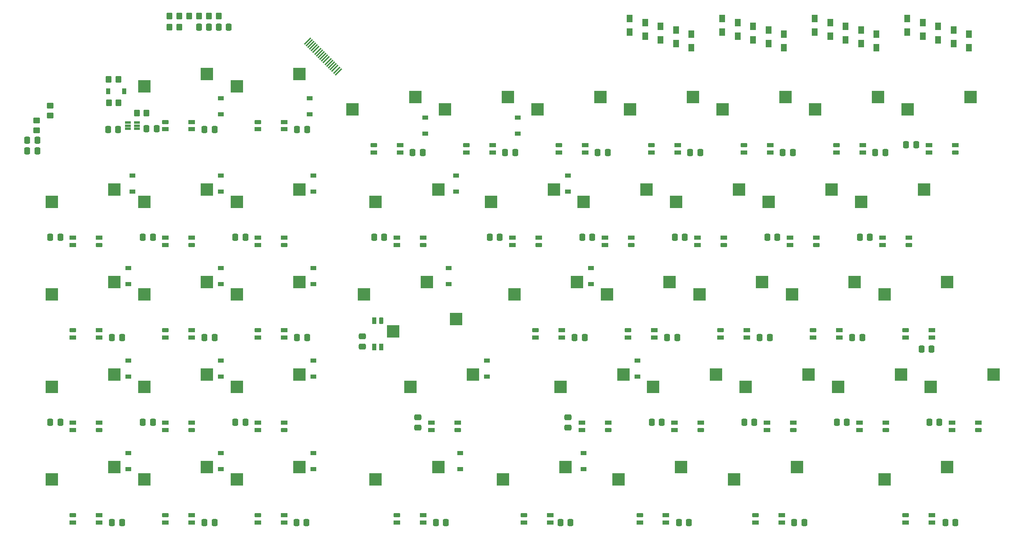
<source format=gbr>
%TF.GenerationSoftware,KiCad,Pcbnew,(6.0.5)*%
%TF.CreationDate,2022-07-29T15:46:59-06:00*%
%TF.ProjectId,kb,6b622e6b-6963-4616-945f-706362585858,rev?*%
%TF.SameCoordinates,Original*%
%TF.FileFunction,Paste,Bot*%
%TF.FilePolarity,Positive*%
%FSLAX46Y46*%
G04 Gerber Fmt 4.6, Leading zero omitted, Abs format (unit mm)*
G04 Created by KiCad (PCBNEW (6.0.5)) date 2022-07-29 15:46:59*
%MOMM*%
%LPD*%
G01*
G04 APERTURE LIST*
G04 Aperture macros list*
%AMRoundRect*
0 Rectangle with rounded corners*
0 $1 Rounding radius*
0 $2 $3 $4 $5 $6 $7 $8 $9 X,Y pos of 4 corners*
0 Add a 4 corners polygon primitive as box body*
4,1,4,$2,$3,$4,$5,$6,$7,$8,$9,$2,$3,0*
0 Add four circle primitives for the rounded corners*
1,1,$1+$1,$2,$3*
1,1,$1+$1,$4,$5*
1,1,$1+$1,$6,$7*
1,1,$1+$1,$8,$9*
0 Add four rect primitives between the rounded corners*
20,1,$1+$1,$2,$3,$4,$5,0*
20,1,$1+$1,$4,$5,$6,$7,0*
20,1,$1+$1,$6,$7,$8,$9,0*
20,1,$1+$1,$8,$9,$2,$3,0*%
%AMRotRect*
0 Rectangle, with rotation*
0 The origin of the aperture is its center*
0 $1 length*
0 $2 width*
0 $3 Rotation angle, in degrees counterclockwise*
0 Add horizontal line*
21,1,$1,$2,0,0,$3*%
G04 Aperture macros list end*
%ADD10RoundRect,0.250000X0.350000X0.450000X-0.350000X0.450000X-0.350000X-0.450000X0.350000X-0.450000X0*%
%ADD11R,2.550000X2.500000*%
%ADD12R,1.200000X1.600000*%
%ADD13RoundRect,0.250000X-0.350000X-0.450000X0.350000X-0.450000X0.350000X0.450000X-0.350000X0.450000X0*%
%ADD14RoundRect,0.250000X-0.337500X-0.475000X0.337500X-0.475000X0.337500X0.475000X-0.337500X0.475000X0*%
%ADD15R,1.200000X0.900000*%
%ADD16RoundRect,0.250000X0.337500X0.475000X-0.337500X0.475000X-0.337500X-0.475000X0.337500X-0.475000X0*%
%ADD17R,1.400000X0.820000*%
%ADD18RoundRect,0.205000X-0.495000X-0.205000X0.495000X-0.205000X0.495000X0.205000X-0.495000X0.205000X0*%
%ADD19RoundRect,0.205000X0.495000X0.205000X-0.495000X0.205000X-0.495000X-0.205000X0.495000X-0.205000X0*%
%ADD20RoundRect,0.250000X-0.475000X0.337500X-0.475000X-0.337500X0.475000X-0.337500X0.475000X0.337500X0*%
%ADD21RoundRect,0.250000X0.450000X-0.350000X0.450000X0.350000X-0.450000X0.350000X-0.450000X-0.350000X0*%
%ADD22R,0.820000X1.400000*%
%ADD23RoundRect,0.205000X0.205000X-0.495000X0.205000X0.495000X-0.205000X0.495000X-0.205000X-0.495000X0*%
%ADD24RotRect,1.900000X0.300000X225.000000*%
%ADD25RoundRect,0.250000X0.475000X-0.337500X0.475000X0.337500X-0.475000X0.337500X-0.475000X-0.337500X0*%
%ADD26R,0.900000X1.200000*%
%ADD27RoundRect,0.020000X-0.575000X-0.180000X0.575000X-0.180000X0.575000X0.180000X-0.575000X0.180000X0*%
%ADD28RoundRect,0.250000X-0.450000X0.350000X-0.450000X-0.350000X0.450000X-0.350000X0.450000X0.350000X0*%
G04 APERTURE END LIST*
D10*
%TO.C,R11*%
X49736250Y-69659500D03*
X47736250Y-69659500D03*
%TD*%
D11*
%TO.C,MX22*%
X125471250Y-106997500D03*
X138398250Y-104457500D03*
%TD*%
D12*
%TO.C,D26*%
X212725000Y-51781250D03*
X212725000Y-54581250D03*
%TD*%
D11*
%TO.C,MX14*%
X139758750Y-87947500D03*
X152685750Y-85407500D03*
%TD*%
%TO.C,MX2*%
X68321250Y-64135000D03*
X81248250Y-61595000D03*
%TD*%
%TO.C,MX24*%
X163571250Y-106997500D03*
X176498250Y-104457500D03*
%TD*%
%TO.C,MX34*%
X192146250Y-126047500D03*
X205073250Y-123507500D03*
%TD*%
%TO.C,MX15*%
X158808750Y-87947500D03*
X171735750Y-85407500D03*
%TD*%
D12*
%TO.C,D25*%
X193675000Y-51781250D03*
X193675000Y-54581250D03*
%TD*%
D11*
%TO.C,MX43*%
X201671250Y-145097500D03*
X214598250Y-142557500D03*
%TD*%
%TO.C,MX18*%
X30221250Y-106997500D03*
X43148250Y-104457500D03*
%TD*%
D12*
%TO.C,D8*%
X206375000Y-50193750D03*
X206375000Y-52993750D03*
%TD*%
D11*
%TO.C,MX7*%
X168333750Y-68897500D03*
X181260750Y-66357500D03*
%TD*%
D12*
%TO.C,D5*%
X149225000Y-50193750D03*
X149225000Y-52993750D03*
%TD*%
D11*
%TO.C,MX26*%
X201671250Y-106997500D03*
X214598250Y-104457500D03*
%TD*%
D12*
%TO.C,D32*%
X158750000Y-52575000D03*
X158750000Y-55375000D03*
%TD*%
D11*
%TO.C,MX10*%
X49271250Y-87947500D03*
X62198250Y-85407500D03*
%TD*%
%TO.C,MX11*%
X68321250Y-87947500D03*
X81248250Y-85407500D03*
%TD*%
%TO.C,MX27*%
X30221250Y-126047500D03*
X43148250Y-123507500D03*
%TD*%
D12*
%TO.C,D35*%
X215900000Y-52575000D03*
X215900000Y-55375000D03*
%TD*%
%TO.C,D44*%
X219075000Y-53368750D03*
X219075000Y-56168750D03*
%TD*%
D11*
%TO.C,MX25*%
X182621250Y-106997500D03*
X195548250Y-104457500D03*
%TD*%
%TO.C,MX21*%
X113447500Y-112077500D03*
X100520500Y-114617500D03*
%TD*%
%TO.C,MX37*%
X49271250Y-145097500D03*
X62198250Y-142557500D03*
%TD*%
D12*
%TO.C,D41*%
X161925000Y-53368750D03*
X161925000Y-56168750D03*
%TD*%
D11*
%TO.C,MX13*%
X120708750Y-87947500D03*
X133635750Y-85407500D03*
%TD*%
%TO.C,MX35*%
X211196250Y-126047500D03*
X224123250Y-123507500D03*
%TD*%
%TO.C,MX28*%
X49271250Y-126047500D03*
X62198250Y-123507500D03*
%TD*%
D12*
%TO.C,D42*%
X180975000Y-53368750D03*
X180975000Y-56168750D03*
%TD*%
%TO.C,D33*%
X177800000Y-52575000D03*
X177800000Y-55375000D03*
%TD*%
D11*
%TO.C,MX21_1*%
X94515000Y-106997500D03*
X107442000Y-104457500D03*
%TD*%
D12*
%TO.C,D14*%
X152400000Y-50987500D03*
X152400000Y-53787500D03*
%TD*%
D11*
%TO.C,MX3*%
X92133750Y-68897500D03*
X105060750Y-66357500D03*
%TD*%
D12*
%TO.C,D7*%
X187325000Y-50193750D03*
X187325000Y-52993750D03*
%TD*%
D11*
%TO.C,MX9*%
X30221250Y-87947500D03*
X43148250Y-85407500D03*
%TD*%
%TO.C,MX1*%
X49271250Y-64135000D03*
X62198250Y-61595000D03*
%TD*%
%TO.C,MX32*%
X154046250Y-126047500D03*
X166973250Y-123507500D03*
%TD*%
D12*
%TO.C,D17*%
X209550000Y-50987500D03*
X209550000Y-53787500D03*
%TD*%
%TO.C,D6*%
X168275000Y-50193750D03*
X168275000Y-52993750D03*
%TD*%
%TO.C,D23*%
X155575000Y-51781250D03*
X155575000Y-54581250D03*
%TD*%
D11*
%TO.C,MX40*%
X123090000Y-145097500D03*
X136017000Y-142557500D03*
%TD*%
%TO.C,MX5*%
X130233750Y-68897500D03*
X143160750Y-66357500D03*
%TD*%
%TO.C,MX39*%
X96896250Y-145097500D03*
X109823250Y-142557500D03*
%TD*%
%TO.C,MX16*%
X177858750Y-87947500D03*
X190785750Y-85407500D03*
%TD*%
%TO.C,MX38*%
X68321250Y-145097500D03*
X81248250Y-142557500D03*
%TD*%
D12*
%TO.C,D16*%
X190500000Y-50987500D03*
X190500000Y-53787500D03*
%TD*%
D11*
%TO.C,MX31*%
X134996250Y-126047500D03*
X147923250Y-123507500D03*
%TD*%
%TO.C,MX8*%
X187383750Y-68897500D03*
X200310750Y-66357500D03*
%TD*%
%TO.C,MX41*%
X146902500Y-145097500D03*
X159829500Y-142557500D03*
%TD*%
%TO.C,MX20*%
X68321250Y-106997500D03*
X81248250Y-104457500D03*
%TD*%
%TO.C,MX17*%
X196908750Y-87947500D03*
X209835750Y-85407500D03*
%TD*%
%TO.C,MX4*%
X111183750Y-68897500D03*
X124110750Y-66357500D03*
%TD*%
D12*
%TO.C,D24*%
X174625000Y-51781250D03*
X174625000Y-54581250D03*
%TD*%
D11*
%TO.C,MX42*%
X170715000Y-145097500D03*
X183642000Y-142557500D03*
%TD*%
%TO.C,MX23*%
X144521250Y-106997500D03*
X157448250Y-104457500D03*
%TD*%
%TO.C,MX33*%
X173096250Y-126047500D03*
X186023250Y-123507500D03*
%TD*%
%TO.C,MX36*%
X30221250Y-145097500D03*
X43148250Y-142557500D03*
%TD*%
D12*
%TO.C,D34*%
X196850000Y-52575000D03*
X196850000Y-55375000D03*
%TD*%
D11*
%TO.C,MX12*%
X96896250Y-87947500D03*
X109823250Y-85407500D03*
%TD*%
D12*
%TO.C,D43*%
X200025000Y-53368750D03*
X200025000Y-56168750D03*
%TD*%
D11*
%TO.C,MX30*%
X104040000Y-126047500D03*
X116967000Y-123507500D03*
%TD*%
%TO.C,MX29*%
X68321250Y-126047500D03*
X81248250Y-123507500D03*
%TD*%
D12*
%TO.C,D15*%
X171450000Y-50987500D03*
X171450000Y-53787500D03*
%TD*%
D11*
%TO.C,MX19*%
X49271250Y-106997500D03*
X62198250Y-104457500D03*
%TD*%
%TO.C,MX6*%
X149283750Y-68897500D03*
X162210750Y-66357500D03*
%TD*%
%TO.C,MX44*%
X206433750Y-68897500D03*
X219360750Y-66357500D03*
%TD*%
D13*
%TO.C,R7*%
X54499000Y-51943000D03*
X56499000Y-51943000D03*
%TD*%
D14*
%TO.C,C3*%
X104531250Y-77787500D03*
X106606250Y-77787500D03*
%TD*%
D15*
%TO.C,D12*%
X113506250Y-82487500D03*
X113506250Y-85787500D03*
%TD*%
%TO.C,D38*%
X84137500Y-139637500D03*
X84137500Y-142937500D03*
%TD*%
%TO.C,D39*%
X114300000Y-139637500D03*
X114300000Y-142937500D03*
%TD*%
%TO.C,D36*%
X46037500Y-139637500D03*
X46037500Y-142937500D03*
%TD*%
D16*
%TO.C,C26*%
X211381250Y-118268750D03*
X209306250Y-118268750D03*
%TD*%
D17*
%TO.C,D110*%
X53656250Y-95293750D03*
X53656250Y-96793750D03*
D18*
X59056250Y-96793750D03*
D17*
X59056250Y-95293750D03*
%TD*%
D14*
%TO.C,C46*%
X49762500Y-72898000D03*
X51837500Y-72898000D03*
%TD*%
%TO.C,C8*%
X199781250Y-77787500D03*
X201856250Y-77787500D03*
%TD*%
D17*
%TO.C,D138*%
X78106250Y-153943750D03*
X78106250Y-152443750D03*
D19*
X72706250Y-152443750D03*
D17*
X72706250Y-153943750D03*
%TD*%
%TO.C,D101*%
X59056250Y-72981250D03*
X59056250Y-71481250D03*
D19*
X53656250Y-71481250D03*
D17*
X53656250Y-72981250D03*
%TD*%
D15*
%TO.C,D40*%
X139700000Y-139637500D03*
X139700000Y-142937500D03*
%TD*%
%TO.C,D22*%
X141287500Y-101537500D03*
X141287500Y-104837500D03*
%TD*%
%TO.C,D29*%
X84137500Y-120587500D03*
X84137500Y-123887500D03*
%TD*%
D16*
%TO.C,C34*%
X193918750Y-133350000D03*
X191843750Y-133350000D03*
%TD*%
D17*
%TO.C,D130*%
X108425000Y-133393750D03*
X108425000Y-134893750D03*
D18*
X113825000Y-134893750D03*
D17*
X113825000Y-133393750D03*
%TD*%
D16*
%TO.C,C27*%
X31993750Y-133350000D03*
X29918750Y-133350000D03*
%TD*%
D17*
%TO.C,D117*%
X201293750Y-95293750D03*
X201293750Y-96793750D03*
D18*
X206693750Y-96793750D03*
D17*
X206693750Y-95293750D03*
%TD*%
%TO.C,D144*%
X210818750Y-76243750D03*
X210818750Y-77743750D03*
D18*
X216218750Y-77743750D03*
D17*
X216218750Y-76243750D03*
%TD*%
D16*
%TO.C,C32*%
X155818750Y-133350000D03*
X153743750Y-133350000D03*
%TD*%
D17*
%TO.C,D106*%
X159068750Y-77743750D03*
X159068750Y-76243750D03*
D19*
X153668750Y-76243750D03*
D17*
X153668750Y-77743750D03*
%TD*%
D14*
%TO.C,C40*%
X134947750Y-153987500D03*
X137022750Y-153987500D03*
%TD*%
D17*
%TO.C,D137*%
X59056250Y-153943750D03*
X59056250Y-152443750D03*
D19*
X53656250Y-152443750D03*
D17*
X53656250Y-153943750D03*
%TD*%
D14*
%TO.C,C39*%
X109293750Y-153987500D03*
X111368750Y-153987500D03*
%TD*%
D15*
%TO.C,D28*%
X65087500Y-120587500D03*
X65087500Y-123887500D03*
%TD*%
D17*
%TO.C,D128*%
X53656250Y-133393750D03*
X53656250Y-134893750D03*
D18*
X59056250Y-134893750D03*
D17*
X59056250Y-133393750D03*
%TD*%
%TO.C,D136*%
X40006250Y-153943750D03*
X40006250Y-152443750D03*
D19*
X34606250Y-152443750D03*
D17*
X34606250Y-153943750D03*
%TD*%
%TO.C,D109*%
X34606250Y-95293750D03*
X34606250Y-96793750D03*
D18*
X40006250Y-96793750D03*
D17*
X40006250Y-95293750D03*
%TD*%
%TO.C,D127*%
X34606250Y-133393750D03*
X34606250Y-134893750D03*
D18*
X40006250Y-134893750D03*
D17*
X40006250Y-133393750D03*
%TD*%
%TO.C,D119*%
X59056250Y-115843750D03*
X59056250Y-114343750D03*
D19*
X53656250Y-114343750D03*
D17*
X53656250Y-115843750D03*
%TD*%
D20*
%TO.C,C30*%
X105568750Y-132312500D03*
X105568750Y-134387500D03*
%TD*%
D16*
%TO.C,C17*%
X198681250Y-95250000D03*
X196606250Y-95250000D03*
%TD*%
D17*
%TO.C,D104*%
X120968750Y-77743750D03*
X120968750Y-76243750D03*
D19*
X115568750Y-76243750D03*
D17*
X115568750Y-77743750D03*
%TD*%
D14*
%TO.C,C19*%
X61668750Y-115887500D03*
X63743750Y-115887500D03*
%TD*%
D15*
%TO.C,D4*%
X126206250Y-73881250D03*
X126206250Y-70581250D03*
%TD*%
D21*
%TO.C,R5*%
X29908500Y-70151500D03*
X29908500Y-68151500D03*
%TD*%
D10*
%TO.C,R4*%
X43989500Y-67564000D03*
X41989500Y-67564000D03*
%TD*%
D14*
%TO.C,C2*%
X80718750Y-73025000D03*
X82793750Y-73025000D03*
%TD*%
D15*
%TO.C,D18*%
X46037500Y-101537500D03*
X46037500Y-104837500D03*
%TD*%
%TO.C,D11*%
X84137500Y-82487500D03*
X84137500Y-85787500D03*
%TD*%
D17*
%TO.C,D114*%
X144143750Y-95293750D03*
X144143750Y-96793750D03*
D18*
X149543750Y-96793750D03*
D17*
X149543750Y-95293750D03*
%TD*%
D14*
%TO.C,C43*%
X214195750Y-153987500D03*
X216270750Y-153987500D03*
%TD*%
%TO.C,C42*%
X183112500Y-153987500D03*
X185187500Y-153987500D03*
%TD*%
D15*
%TO.C,D31*%
X150812500Y-120587500D03*
X150812500Y-123887500D03*
%TD*%
D17*
%TO.C,D132*%
X158431250Y-133393750D03*
X158431250Y-134893750D03*
D18*
X163831250Y-134893750D03*
D17*
X163831250Y-133393750D03*
%TD*%
%TO.C,D108*%
X197168750Y-77743750D03*
X197168750Y-76243750D03*
D19*
X191768750Y-76243750D03*
D17*
X191768750Y-77743750D03*
%TD*%
D15*
%TO.C,D37*%
X65087500Y-139637500D03*
X65087500Y-142937500D03*
%TD*%
D22*
%TO.C,D121*%
X96604500Y-117793750D03*
X98104500Y-117793750D03*
D23*
X98104500Y-112393750D03*
D22*
X96604500Y-112393750D03*
%TD*%
D17*
%TO.C,D112*%
X101281250Y-95293750D03*
X101281250Y-96793750D03*
D18*
X106681250Y-96793750D03*
D17*
X106681250Y-95293750D03*
%TD*%
D14*
%TO.C,C1*%
X61668750Y-73025000D03*
X63743750Y-73025000D03*
%TD*%
%TO.C,C36*%
X42618750Y-153987500D03*
X44693750Y-153987500D03*
%TD*%
D17*
%TO.C,D105*%
X140018750Y-77743750D03*
X140018750Y-76243750D03*
D19*
X134618750Y-76243750D03*
D17*
X134618750Y-77743750D03*
%TD*%
%TO.C,D125*%
X192406250Y-115843750D03*
X192406250Y-114343750D03*
D19*
X187006250Y-114343750D03*
D17*
X187006250Y-115843750D03*
%TD*%
D20*
%TO.C,C31*%
X136525000Y-132312500D03*
X136525000Y-134387500D03*
%TD*%
D24*
%TO.C,J2*%
X89235875Y-61150389D03*
X88882322Y-60796836D03*
X88528769Y-60443282D03*
X88175215Y-60089729D03*
X87821662Y-59736175D03*
X87468108Y-59382622D03*
X87114555Y-59029069D03*
X86761002Y-58675515D03*
X86407448Y-58321962D03*
X86053895Y-57968408D03*
X85700342Y-57614855D03*
X85346788Y-57261302D03*
X84993235Y-56907748D03*
X84639681Y-56554195D03*
X84286128Y-56200642D03*
X83932575Y-55847088D03*
X83579021Y-55493535D03*
X83225468Y-55139981D03*
X82871914Y-54786428D03*
%TD*%
D17*
%TO.C,D139*%
X106681250Y-153943750D03*
X106681250Y-152443750D03*
D19*
X101281250Y-152443750D03*
D17*
X101281250Y-153943750D03*
%TD*%
D16*
%TO.C,C12*%
X98668750Y-95250000D03*
X96593750Y-95250000D03*
%TD*%
D14*
%TO.C,C20*%
X80718750Y-115887500D03*
X82793750Y-115887500D03*
%TD*%
D17*
%TO.C,D113*%
X125093750Y-95293750D03*
X125093750Y-96793750D03*
D18*
X130493750Y-96793750D03*
D17*
X130493750Y-95293750D03*
%TD*%
D25*
%TO.C,C21*%
X94179500Y-117718750D03*
X94179500Y-115643750D03*
%TD*%
D10*
%TO.C,R3*%
X43964100Y-62699900D03*
X41964100Y-62699900D03*
%TD*%
D14*
%TO.C,C6*%
X161681250Y-77787500D03*
X163756250Y-77787500D03*
%TD*%
D26*
%TO.C,D0*%
X45122100Y-65151000D03*
X41822100Y-65151000D03*
%TD*%
D15*
%TO.C,D30*%
X119856250Y-120587500D03*
X119856250Y-123887500D03*
%TD*%
D16*
%TO.C,C11*%
X70093750Y-95250000D03*
X68018750Y-95250000D03*
%TD*%
D17*
%TO.C,D131*%
X139381250Y-133393750D03*
X139381250Y-134893750D03*
D18*
X144781250Y-134893750D03*
D17*
X144781250Y-133393750D03*
%TD*%
%TO.C,D135*%
X215581250Y-133393750D03*
X215581250Y-134893750D03*
D18*
X220981250Y-134893750D03*
D17*
X220981250Y-133393750D03*
%TD*%
D14*
%TO.C,C22*%
X137868750Y-115887500D03*
X139943750Y-115887500D03*
%TD*%
D16*
%TO.C,C48*%
X27263000Y-75247500D03*
X25188000Y-75247500D03*
%TD*%
D17*
%TO.C,D120*%
X78106250Y-115843750D03*
X78106250Y-114343750D03*
D19*
X72706250Y-114343750D03*
D17*
X72706250Y-115843750D03*
%TD*%
%TO.C,D143*%
X211456250Y-153943750D03*
X211456250Y-152443750D03*
D19*
X206056250Y-152443750D03*
D17*
X206056250Y-153943750D03*
%TD*%
D16*
%TO.C,C16*%
X179631250Y-95250000D03*
X177556250Y-95250000D03*
%TD*%
D13*
%TO.C,R8*%
X54499000Y-49657000D03*
X56499000Y-49657000D03*
%TD*%
D15*
%TO.C,D1*%
X65087500Y-69912500D03*
X65087500Y-66612500D03*
%TD*%
D14*
%TO.C,C37*%
X61668750Y-153987500D03*
X63743750Y-153987500D03*
%TD*%
D16*
%TO.C,C9*%
X31993750Y-95250000D03*
X29918750Y-95250000D03*
%TD*%
D15*
%TO.C,D21*%
X111918750Y-101537500D03*
X111918750Y-104837500D03*
%TD*%
D14*
%TO.C,C24*%
X175968750Y-115887500D03*
X178043750Y-115887500D03*
%TD*%
D17*
%TO.C,D141*%
X156687500Y-153943750D03*
X156687500Y-152443750D03*
D19*
X151287500Y-152443750D03*
D17*
X151287500Y-153943750D03*
%TD*%
D16*
%TO.C,C35*%
X212968750Y-133350000D03*
X210893750Y-133350000D03*
%TD*%
D17*
%TO.C,D126*%
X211456250Y-115843750D03*
X211456250Y-114343750D03*
D19*
X206056250Y-114343750D03*
D17*
X206056250Y-115843750D03*
%TD*%
D15*
%TO.C,D20*%
X84137500Y-101537500D03*
X84137500Y-104837500D03*
%TD*%
D14*
%TO.C,C4*%
X123581250Y-77787500D03*
X125656250Y-77787500D03*
%TD*%
D15*
%TO.C,D9*%
X46831250Y-82487500D03*
X46831250Y-85787500D03*
%TD*%
D14*
%TO.C,C18*%
X42618750Y-115887500D03*
X44693750Y-115887500D03*
%TD*%
D16*
%TO.C,C47*%
X27263000Y-77406500D03*
X25188000Y-77406500D03*
%TD*%
D14*
%TO.C,C49*%
X64621500Y-51943000D03*
X66696500Y-51943000D03*
%TD*%
D17*
%TO.C,D134*%
X196531250Y-133393750D03*
X196531250Y-134893750D03*
D18*
X201931250Y-134893750D03*
D17*
X201931250Y-133393750D03*
%TD*%
D15*
%TO.C,D2*%
X83343750Y-69912500D03*
X83343750Y-66612500D03*
%TD*%
%TO.C,D13*%
X136525000Y-82487500D03*
X136525000Y-85787500D03*
%TD*%
D13*
%TO.C,R10*%
X58563000Y-49657000D03*
X60563000Y-49657000D03*
%TD*%
D14*
%TO.C,C41*%
X159331750Y-153987500D03*
X161406750Y-153987500D03*
%TD*%
D17*
%TO.C,D116*%
X182243750Y-95293750D03*
X182243750Y-96793750D03*
D18*
X187643750Y-96793750D03*
D17*
X187643750Y-95293750D03*
%TD*%
%TO.C,D140*%
X132875000Y-153943750D03*
X132875000Y-152443750D03*
D19*
X127475000Y-152443750D03*
D17*
X127475000Y-153943750D03*
%TD*%
D16*
%TO.C,C14*%
X141531250Y-95250000D03*
X139456250Y-95250000D03*
%TD*%
D14*
%TO.C,C5*%
X142631250Y-77787500D03*
X144706250Y-77787500D03*
%TD*%
D17*
%TO.C,D124*%
X173356250Y-115843750D03*
X173356250Y-114343750D03*
D19*
X167956250Y-114343750D03*
D17*
X167956250Y-115843750D03*
%TD*%
D16*
%TO.C,C33*%
X174868750Y-133350000D03*
X172793750Y-133350000D03*
%TD*%
D17*
%TO.C,D102*%
X78106250Y-72981250D03*
X78106250Y-71481250D03*
D19*
X72706250Y-71481250D03*
D17*
X72706250Y-72981250D03*
%TD*%
D14*
%TO.C,C50*%
X60557500Y-51943000D03*
X62632500Y-51943000D03*
%TD*%
D16*
%TO.C,C15*%
X160581250Y-95250000D03*
X158506250Y-95250000D03*
%TD*%
D17*
%TO.C,D123*%
X154306250Y-115843750D03*
X154306250Y-114343750D03*
D19*
X148906250Y-114343750D03*
D17*
X148906250Y-115843750D03*
%TD*%
D15*
%TO.C,D3*%
X107156250Y-73881250D03*
X107156250Y-70581250D03*
%TD*%
D16*
%TO.C,C13*%
X122481250Y-95250000D03*
X120406250Y-95250000D03*
%TD*%
D14*
%TO.C,C23*%
X156918750Y-115887500D03*
X158993750Y-115887500D03*
%TD*%
D17*
%TO.C,D103*%
X101918750Y-77743750D03*
X101918750Y-76243750D03*
D19*
X96518750Y-76243750D03*
D17*
X96518750Y-77743750D03*
%TD*%
D10*
%TO.C,R9*%
X64627000Y-49657000D03*
X62627000Y-49657000D03*
%TD*%
D15*
%TO.C,D19*%
X65087500Y-101537500D03*
X65087500Y-104837500D03*
%TD*%
D17*
%TO.C,D142*%
X180500000Y-153943750D03*
X180500000Y-152443750D03*
D19*
X175100000Y-152443750D03*
D17*
X175100000Y-153943750D03*
%TD*%
%TO.C,D111*%
X72706250Y-95293750D03*
X72706250Y-96793750D03*
D18*
X78106250Y-96793750D03*
D17*
X78106250Y-95293750D03*
%TD*%
D14*
%TO.C,C25*%
X195018750Y-115887500D03*
X197093750Y-115887500D03*
%TD*%
D17*
%TO.C,D118*%
X40006250Y-115843750D03*
X40006250Y-114343750D03*
D19*
X34606250Y-114343750D03*
D17*
X34606250Y-115843750D03*
%TD*%
D27*
%TO.C,U2*%
X45871250Y-72881250D03*
X45871250Y-72231250D03*
X45871250Y-71581250D03*
X47791250Y-71581250D03*
X47791250Y-72231250D03*
X47791250Y-72881250D03*
%TD*%
D16*
%TO.C,C29*%
X70093750Y-133350000D03*
X68018750Y-133350000D03*
%TD*%
D17*
%TO.C,D133*%
X177481250Y-133393750D03*
X177481250Y-134893750D03*
D18*
X182881250Y-134893750D03*
D17*
X182881250Y-133393750D03*
%TD*%
D28*
%TO.C,R6*%
X27114500Y-71199500D03*
X27114500Y-73199500D03*
%TD*%
D15*
%TO.C,D27*%
X46037500Y-120587500D03*
X46037500Y-123887500D03*
%TD*%
D17*
%TO.C,D107*%
X178118750Y-77743750D03*
X178118750Y-76243750D03*
D19*
X172718750Y-76243750D03*
D17*
X172718750Y-77743750D03*
%TD*%
%TO.C,D115*%
X163193750Y-95293750D03*
X163193750Y-96793750D03*
D18*
X168593750Y-96793750D03*
D17*
X168593750Y-95293750D03*
%TD*%
D14*
%TO.C,C7*%
X180731250Y-77787500D03*
X182806250Y-77787500D03*
%TD*%
D17*
%TO.C,D122*%
X135256250Y-115843750D03*
X135256250Y-114343750D03*
D19*
X129856250Y-114343750D03*
D17*
X129856250Y-115843750D03*
%TD*%
%TO.C,D129*%
X72706250Y-133393750D03*
X72706250Y-134893750D03*
D18*
X78106250Y-134893750D03*
D17*
X78106250Y-133393750D03*
%TD*%
D14*
%TO.C,C38*%
X80617150Y-153987500D03*
X82692150Y-153987500D03*
%TD*%
D15*
%TO.C,D10*%
X65087500Y-82487500D03*
X65087500Y-85787500D03*
%TD*%
D16*
%TO.C,C45*%
X43900000Y-73025000D03*
X41825000Y-73025000D03*
%TD*%
%TO.C,C28*%
X51043750Y-133350000D03*
X48968750Y-133350000D03*
%TD*%
%TO.C,C10*%
X51043750Y-95250000D03*
X48968750Y-95250000D03*
%TD*%
%TO.C,C44*%
X208206250Y-76200000D03*
X206131250Y-76200000D03*
%TD*%
M02*

</source>
